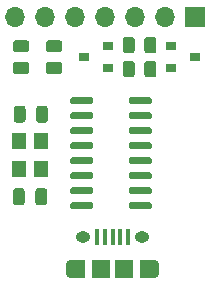
<source format=gbr>
%TF.GenerationSoftware,KiCad,Pcbnew,(5.1.7)-1*%
%TF.CreationDate,2021-02-24T18:36:54+01:00*%
%TF.ProjectId,Temperature-controller-with-ESP8266,54656d70-6572-4617-9475-72652d636f6e,rev?*%
%TF.SameCoordinates,Original*%
%TF.FileFunction,Soldermask,Top*%
%TF.FilePolarity,Negative*%
%FSLAX46Y46*%
G04 Gerber Fmt 4.6, Leading zero omitted, Abs format (unit mm)*
G04 Created by KiCad (PCBNEW (5.1.7)-1) date 2021-02-24 18:36:54*
%MOMM*%
%LPD*%
G01*
G04 APERTURE LIST*
%ADD10R,0.400000X1.350000*%
%ADD11O,1.250000X0.950000*%
%ADD12R,1.500000X1.550000*%
%ADD13R,1.200000X1.550000*%
%ADD14O,0.890000X1.550000*%
%ADD15R,0.900000X0.800000*%
%ADD16R,1.200000X1.400000*%
%ADD17R,1.700000X1.700000*%
%ADD18O,1.700000X1.700000*%
G04 APERTURE END LIST*
%TO.C,C5*%
G36*
G01*
X127058000Y-88298000D02*
X127058000Y-89248000D01*
G75*
G02*
X126808000Y-89498000I-250000J0D01*
G01*
X126308000Y-89498000D01*
G75*
G02*
X126058000Y-89248000I0J250000D01*
G01*
X126058000Y-88298000D01*
G75*
G02*
X126308000Y-88048000I250000J0D01*
G01*
X126808000Y-88048000D01*
G75*
G02*
X127058000Y-88298000I0J-250000D01*
G01*
G37*
G36*
G01*
X128958000Y-88298000D02*
X128958000Y-89248000D01*
G75*
G02*
X128708000Y-89498000I-250000J0D01*
G01*
X128208000Y-89498000D01*
G75*
G02*
X127958000Y-89248000I0J250000D01*
G01*
X127958000Y-88298000D01*
G75*
G02*
X128208000Y-88048000I250000J0D01*
G01*
X128708000Y-88048000D01*
G75*
G02*
X128958000Y-88298000I0J-250000D01*
G01*
G37*
%TD*%
%TO.C,C6*%
G36*
G01*
X126124000Y-82263000D02*
X126124000Y-81313000D01*
G75*
G02*
X126374000Y-81063000I250000J0D01*
G01*
X126874000Y-81063000D01*
G75*
G02*
X127124000Y-81313000I0J-250000D01*
G01*
X127124000Y-82263000D01*
G75*
G02*
X126874000Y-82513000I-250000J0D01*
G01*
X126374000Y-82513000D01*
G75*
G02*
X126124000Y-82263000I0J250000D01*
G01*
G37*
G36*
G01*
X128024000Y-82263000D02*
X128024000Y-81313000D01*
G75*
G02*
X128274000Y-81063000I250000J0D01*
G01*
X128774000Y-81063000D01*
G75*
G02*
X129024000Y-81313000I0J-250000D01*
G01*
X129024000Y-82263000D01*
G75*
G02*
X128774000Y-82513000I-250000J0D01*
G01*
X128274000Y-82513000D01*
G75*
G02*
X128024000Y-82263000I0J250000D01*
G01*
G37*
%TD*%
D10*
%TO.C,J11*%
X133193000Y-92199000D03*
X133843000Y-92199000D03*
X134493000Y-92199000D03*
X135143000Y-92199000D03*
X135793000Y-92199000D03*
D11*
X131993000Y-92199000D03*
X136993000Y-92199000D03*
D12*
X133493000Y-94899000D03*
X135493000Y-94899000D03*
D13*
X131593000Y-94899000D03*
X137393000Y-94899000D03*
D14*
X130993000Y-94899000D03*
X137993000Y-94899000D03*
%TD*%
D15*
%TO.C,Q5*%
X132096000Y-76962000D03*
X134096000Y-76012000D03*
X134096000Y-77912000D03*
%TD*%
%TO.C,Q6*%
X139462000Y-76012000D03*
X139462000Y-77912000D03*
X141462000Y-76962000D03*
%TD*%
%TO.C,R18*%
G36*
G01*
X126295998Y-75537000D02*
X127196002Y-75537000D01*
G75*
G02*
X127446000Y-75786998I0J-249998D01*
G01*
X127446000Y-76312002D01*
G75*
G02*
X127196002Y-76562000I-249998J0D01*
G01*
X126295998Y-76562000D01*
G75*
G02*
X126046000Y-76312002I0J249998D01*
G01*
X126046000Y-75786998D01*
G75*
G02*
X126295998Y-75537000I249998J0D01*
G01*
G37*
G36*
G01*
X126295998Y-77362000D02*
X127196002Y-77362000D01*
G75*
G02*
X127446000Y-77611998I0J-249998D01*
G01*
X127446000Y-78137002D01*
G75*
G02*
X127196002Y-78387000I-249998J0D01*
G01*
X126295998Y-78387000D01*
G75*
G02*
X126046000Y-78137002I0J249998D01*
G01*
X126046000Y-77611998D01*
G75*
G02*
X126295998Y-77362000I249998J0D01*
G01*
G37*
%TD*%
%TO.C,R19*%
G36*
G01*
X129990002Y-76562000D02*
X129089998Y-76562000D01*
G75*
G02*
X128840000Y-76312002I0J249998D01*
G01*
X128840000Y-75786998D01*
G75*
G02*
X129089998Y-75537000I249998J0D01*
G01*
X129990002Y-75537000D01*
G75*
G02*
X130240000Y-75786998I0J-249998D01*
G01*
X130240000Y-76312002D01*
G75*
G02*
X129990002Y-76562000I-249998J0D01*
G01*
G37*
G36*
G01*
X129990002Y-78387000D02*
X129089998Y-78387000D01*
G75*
G02*
X128840000Y-78137002I0J249998D01*
G01*
X128840000Y-77611998D01*
G75*
G02*
X129089998Y-77362000I249998J0D01*
G01*
X129990002Y-77362000D01*
G75*
G02*
X130240000Y-77611998I0J-249998D01*
G01*
X130240000Y-78137002D01*
G75*
G02*
X129990002Y-78387000I-249998J0D01*
G01*
G37*
%TD*%
%TO.C,R20*%
G36*
G01*
X135354000Y-78428002D02*
X135354000Y-77527998D01*
G75*
G02*
X135603998Y-77278000I249998J0D01*
G01*
X136129002Y-77278000D01*
G75*
G02*
X136379000Y-77527998I0J-249998D01*
G01*
X136379000Y-78428002D01*
G75*
G02*
X136129002Y-78678000I-249998J0D01*
G01*
X135603998Y-78678000D01*
G75*
G02*
X135354000Y-78428002I0J249998D01*
G01*
G37*
G36*
G01*
X137179000Y-78428002D02*
X137179000Y-77527998D01*
G75*
G02*
X137428998Y-77278000I249998J0D01*
G01*
X137954002Y-77278000D01*
G75*
G02*
X138204000Y-77527998I0J-249998D01*
G01*
X138204000Y-78428002D01*
G75*
G02*
X137954002Y-78678000I-249998J0D01*
G01*
X137428998Y-78678000D01*
G75*
G02*
X137179000Y-78428002I0J249998D01*
G01*
G37*
%TD*%
%TO.C,R21*%
G36*
G01*
X136379000Y-75495998D02*
X136379000Y-76396002D01*
G75*
G02*
X136129002Y-76646000I-249998J0D01*
G01*
X135603998Y-76646000D01*
G75*
G02*
X135354000Y-76396002I0J249998D01*
G01*
X135354000Y-75495998D01*
G75*
G02*
X135603998Y-75246000I249998J0D01*
G01*
X136129002Y-75246000D01*
G75*
G02*
X136379000Y-75495998I0J-249998D01*
G01*
G37*
G36*
G01*
X138204000Y-75495998D02*
X138204000Y-76396002D01*
G75*
G02*
X137954002Y-76646000I-249998J0D01*
G01*
X137428998Y-76646000D01*
G75*
G02*
X137179000Y-76396002I0J249998D01*
G01*
X137179000Y-75495998D01*
G75*
G02*
X137428998Y-75246000I249998J0D01*
G01*
X137954002Y-75246000D01*
G75*
G02*
X138204000Y-75495998I0J-249998D01*
G01*
G37*
%TD*%
%TO.C,U7*%
G36*
G01*
X130916000Y-80795000D02*
X130916000Y-80495000D01*
G75*
G02*
X131066000Y-80345000I150000J0D01*
G01*
X132716000Y-80345000D01*
G75*
G02*
X132866000Y-80495000I0J-150000D01*
G01*
X132866000Y-80795000D01*
G75*
G02*
X132716000Y-80945000I-150000J0D01*
G01*
X131066000Y-80945000D01*
G75*
G02*
X130916000Y-80795000I0J150000D01*
G01*
G37*
G36*
G01*
X130916000Y-82065000D02*
X130916000Y-81765000D01*
G75*
G02*
X131066000Y-81615000I150000J0D01*
G01*
X132716000Y-81615000D01*
G75*
G02*
X132866000Y-81765000I0J-150000D01*
G01*
X132866000Y-82065000D01*
G75*
G02*
X132716000Y-82215000I-150000J0D01*
G01*
X131066000Y-82215000D01*
G75*
G02*
X130916000Y-82065000I0J150000D01*
G01*
G37*
G36*
G01*
X130916000Y-83335000D02*
X130916000Y-83035000D01*
G75*
G02*
X131066000Y-82885000I150000J0D01*
G01*
X132716000Y-82885000D01*
G75*
G02*
X132866000Y-83035000I0J-150000D01*
G01*
X132866000Y-83335000D01*
G75*
G02*
X132716000Y-83485000I-150000J0D01*
G01*
X131066000Y-83485000D01*
G75*
G02*
X130916000Y-83335000I0J150000D01*
G01*
G37*
G36*
G01*
X130916000Y-84605000D02*
X130916000Y-84305000D01*
G75*
G02*
X131066000Y-84155000I150000J0D01*
G01*
X132716000Y-84155000D01*
G75*
G02*
X132866000Y-84305000I0J-150000D01*
G01*
X132866000Y-84605000D01*
G75*
G02*
X132716000Y-84755000I-150000J0D01*
G01*
X131066000Y-84755000D01*
G75*
G02*
X130916000Y-84605000I0J150000D01*
G01*
G37*
G36*
G01*
X130916000Y-85875000D02*
X130916000Y-85575000D01*
G75*
G02*
X131066000Y-85425000I150000J0D01*
G01*
X132716000Y-85425000D01*
G75*
G02*
X132866000Y-85575000I0J-150000D01*
G01*
X132866000Y-85875000D01*
G75*
G02*
X132716000Y-86025000I-150000J0D01*
G01*
X131066000Y-86025000D01*
G75*
G02*
X130916000Y-85875000I0J150000D01*
G01*
G37*
G36*
G01*
X130916000Y-87145000D02*
X130916000Y-86845000D01*
G75*
G02*
X131066000Y-86695000I150000J0D01*
G01*
X132716000Y-86695000D01*
G75*
G02*
X132866000Y-86845000I0J-150000D01*
G01*
X132866000Y-87145000D01*
G75*
G02*
X132716000Y-87295000I-150000J0D01*
G01*
X131066000Y-87295000D01*
G75*
G02*
X130916000Y-87145000I0J150000D01*
G01*
G37*
G36*
G01*
X130916000Y-88415000D02*
X130916000Y-88115000D01*
G75*
G02*
X131066000Y-87965000I150000J0D01*
G01*
X132716000Y-87965000D01*
G75*
G02*
X132866000Y-88115000I0J-150000D01*
G01*
X132866000Y-88415000D01*
G75*
G02*
X132716000Y-88565000I-150000J0D01*
G01*
X131066000Y-88565000D01*
G75*
G02*
X130916000Y-88415000I0J150000D01*
G01*
G37*
G36*
G01*
X130916000Y-89685000D02*
X130916000Y-89385000D01*
G75*
G02*
X131066000Y-89235000I150000J0D01*
G01*
X132716000Y-89235000D01*
G75*
G02*
X132866000Y-89385000I0J-150000D01*
G01*
X132866000Y-89685000D01*
G75*
G02*
X132716000Y-89835000I-150000J0D01*
G01*
X131066000Y-89835000D01*
G75*
G02*
X130916000Y-89685000I0J150000D01*
G01*
G37*
G36*
G01*
X135866000Y-89685000D02*
X135866000Y-89385000D01*
G75*
G02*
X136016000Y-89235000I150000J0D01*
G01*
X137666000Y-89235000D01*
G75*
G02*
X137816000Y-89385000I0J-150000D01*
G01*
X137816000Y-89685000D01*
G75*
G02*
X137666000Y-89835000I-150000J0D01*
G01*
X136016000Y-89835000D01*
G75*
G02*
X135866000Y-89685000I0J150000D01*
G01*
G37*
G36*
G01*
X135866000Y-88415000D02*
X135866000Y-88115000D01*
G75*
G02*
X136016000Y-87965000I150000J0D01*
G01*
X137666000Y-87965000D01*
G75*
G02*
X137816000Y-88115000I0J-150000D01*
G01*
X137816000Y-88415000D01*
G75*
G02*
X137666000Y-88565000I-150000J0D01*
G01*
X136016000Y-88565000D01*
G75*
G02*
X135866000Y-88415000I0J150000D01*
G01*
G37*
G36*
G01*
X135866000Y-87145000D02*
X135866000Y-86845000D01*
G75*
G02*
X136016000Y-86695000I150000J0D01*
G01*
X137666000Y-86695000D01*
G75*
G02*
X137816000Y-86845000I0J-150000D01*
G01*
X137816000Y-87145000D01*
G75*
G02*
X137666000Y-87295000I-150000J0D01*
G01*
X136016000Y-87295000D01*
G75*
G02*
X135866000Y-87145000I0J150000D01*
G01*
G37*
G36*
G01*
X135866000Y-85875000D02*
X135866000Y-85575000D01*
G75*
G02*
X136016000Y-85425000I150000J0D01*
G01*
X137666000Y-85425000D01*
G75*
G02*
X137816000Y-85575000I0J-150000D01*
G01*
X137816000Y-85875000D01*
G75*
G02*
X137666000Y-86025000I-150000J0D01*
G01*
X136016000Y-86025000D01*
G75*
G02*
X135866000Y-85875000I0J150000D01*
G01*
G37*
G36*
G01*
X135866000Y-84605000D02*
X135866000Y-84305000D01*
G75*
G02*
X136016000Y-84155000I150000J0D01*
G01*
X137666000Y-84155000D01*
G75*
G02*
X137816000Y-84305000I0J-150000D01*
G01*
X137816000Y-84605000D01*
G75*
G02*
X137666000Y-84755000I-150000J0D01*
G01*
X136016000Y-84755000D01*
G75*
G02*
X135866000Y-84605000I0J150000D01*
G01*
G37*
G36*
G01*
X135866000Y-83335000D02*
X135866000Y-83035000D01*
G75*
G02*
X136016000Y-82885000I150000J0D01*
G01*
X137666000Y-82885000D01*
G75*
G02*
X137816000Y-83035000I0J-150000D01*
G01*
X137816000Y-83335000D01*
G75*
G02*
X137666000Y-83485000I-150000J0D01*
G01*
X136016000Y-83485000D01*
G75*
G02*
X135866000Y-83335000I0J150000D01*
G01*
G37*
G36*
G01*
X135866000Y-82065000D02*
X135866000Y-81765000D01*
G75*
G02*
X136016000Y-81615000I150000J0D01*
G01*
X137666000Y-81615000D01*
G75*
G02*
X137816000Y-81765000I0J-150000D01*
G01*
X137816000Y-82065000D01*
G75*
G02*
X137666000Y-82215000I-150000J0D01*
G01*
X136016000Y-82215000D01*
G75*
G02*
X135866000Y-82065000I0J150000D01*
G01*
G37*
G36*
G01*
X135866000Y-80795000D02*
X135866000Y-80495000D01*
G75*
G02*
X136016000Y-80345000I150000J0D01*
G01*
X137666000Y-80345000D01*
G75*
G02*
X137816000Y-80495000I0J-150000D01*
G01*
X137816000Y-80795000D01*
G75*
G02*
X137666000Y-80945000I-150000J0D01*
G01*
X136016000Y-80945000D01*
G75*
G02*
X135866000Y-80795000I0J150000D01*
G01*
G37*
%TD*%
D16*
%TO.C,Y2*%
X128458000Y-86417000D03*
X128458000Y-84017000D03*
X126558000Y-84017000D03*
X126558000Y-86417000D03*
%TD*%
D17*
%TO.C,J12*%
X141478000Y-73533000D03*
D18*
X138938000Y-73533000D03*
X136398000Y-73533000D03*
X133858000Y-73533000D03*
X131318000Y-73533000D03*
X128778000Y-73533000D03*
X126238000Y-73533000D03*
%TD*%
M02*

</source>
